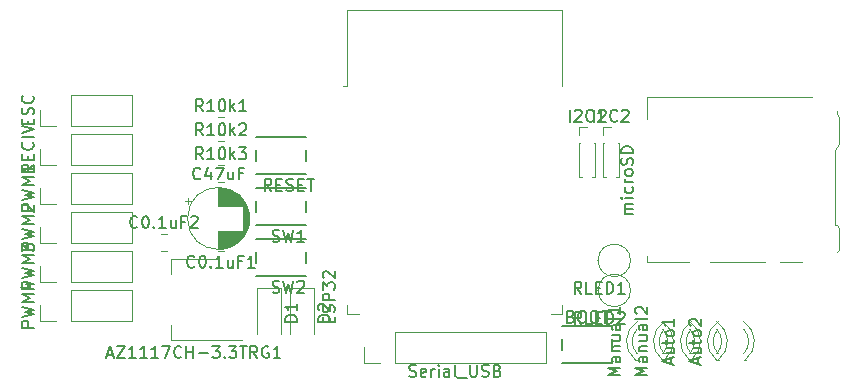
<source format=gbr>
%TF.GenerationSoftware,KiCad,Pcbnew,(6.0.4-0)*%
%TF.CreationDate,2022-09-11T17:37:58+09:00*%
%TF.ProjectId,machinev2,6d616368-696e-4657-9632-2e6b69636164,rev?*%
%TF.SameCoordinates,Original*%
%TF.FileFunction,Legend,Top*%
%TF.FilePolarity,Positive*%
%FSLAX46Y46*%
G04 Gerber Fmt 4.6, Leading zero omitted, Abs format (unit mm)*
G04 Created by KiCad (PCBNEW (6.0.4-0)) date 2022-09-11 17:37:58*
%MOMM*%
%LPD*%
G01*
G04 APERTURE LIST*
%ADD10C,0.150000*%
%ADD11C,0.120000*%
G04 APERTURE END LIST*
D10*
%TO.C,C47uF*%
X115869078Y-90841142D02*
X115821459Y-90888761D01*
X115678602Y-90936380D01*
X115583364Y-90936380D01*
X115440507Y-90888761D01*
X115345268Y-90793523D01*
X115297649Y-90698285D01*
X115250030Y-90507809D01*
X115250030Y-90364952D01*
X115297649Y-90174476D01*
X115345268Y-90079238D01*
X115440507Y-89984000D01*
X115583364Y-89936380D01*
X115678602Y-89936380D01*
X115821459Y-89984000D01*
X115869078Y-90031619D01*
X116726221Y-90269714D02*
X116726221Y-90936380D01*
X116488126Y-89888761D02*
X116250030Y-90603047D01*
X116869078Y-90603047D01*
X117154792Y-89936380D02*
X117821459Y-89936380D01*
X117392888Y-90936380D01*
X118630983Y-90269714D02*
X118630983Y-90936380D01*
X118202411Y-90269714D02*
X118202411Y-90793523D01*
X118250030Y-90888761D01*
X118345268Y-90936380D01*
X118488126Y-90936380D01*
X118583364Y-90888761D01*
X118630983Y-90841142D01*
X119440507Y-90412571D02*
X119107173Y-90412571D01*
X119107173Y-90936380D02*
X119107173Y-89936380D01*
X119583364Y-89936380D01*
%TO.C,RLED2*%
X148111190Y-103152380D02*
X147777857Y-102676190D01*
X147539761Y-103152380D02*
X147539761Y-102152380D01*
X147920714Y-102152380D01*
X148015952Y-102200000D01*
X148063571Y-102247619D01*
X148111190Y-102342857D01*
X148111190Y-102485714D01*
X148063571Y-102580952D01*
X148015952Y-102628571D01*
X147920714Y-102676190D01*
X147539761Y-102676190D01*
X149015952Y-103152380D02*
X148539761Y-103152380D01*
X148539761Y-102152380D01*
X149349285Y-102628571D02*
X149682619Y-102628571D01*
X149825476Y-103152380D02*
X149349285Y-103152380D01*
X149349285Y-102152380D01*
X149825476Y-102152380D01*
X150254047Y-103152380D02*
X150254047Y-102152380D01*
X150492142Y-102152380D01*
X150635000Y-102200000D01*
X150730238Y-102295238D01*
X150777857Y-102390476D01*
X150825476Y-102580952D01*
X150825476Y-102723809D01*
X150777857Y-102914285D01*
X150730238Y-103009523D01*
X150635000Y-103104761D01*
X150492142Y-103152380D01*
X150254047Y-103152380D01*
X151206428Y-102247619D02*
X151254047Y-102200000D01*
X151349285Y-102152380D01*
X151587380Y-102152380D01*
X151682619Y-102200000D01*
X151730238Y-102247619D01*
X151777857Y-102342857D01*
X151777857Y-102438095D01*
X151730238Y-102580952D01*
X151158809Y-103152380D01*
X151777857Y-103152380D01*
%TO.C,RLED1*%
X148111190Y-100612380D02*
X147777857Y-100136190D01*
X147539761Y-100612380D02*
X147539761Y-99612380D01*
X147920714Y-99612380D01*
X148015952Y-99660000D01*
X148063571Y-99707619D01*
X148111190Y-99802857D01*
X148111190Y-99945714D01*
X148063571Y-100040952D01*
X148015952Y-100088571D01*
X147920714Y-100136190D01*
X147539761Y-100136190D01*
X149015952Y-100612380D02*
X148539761Y-100612380D01*
X148539761Y-99612380D01*
X149349285Y-100088571D02*
X149682619Y-100088571D01*
X149825476Y-100612380D02*
X149349285Y-100612380D01*
X149349285Y-99612380D01*
X149825476Y-99612380D01*
X150254047Y-100612380D02*
X150254047Y-99612380D01*
X150492142Y-99612380D01*
X150635000Y-99660000D01*
X150730238Y-99755238D01*
X150777857Y-99850476D01*
X150825476Y-100040952D01*
X150825476Y-100183809D01*
X150777857Y-100374285D01*
X150730238Y-100469523D01*
X150635000Y-100564761D01*
X150492142Y-100612380D01*
X150254047Y-100612380D01*
X151777857Y-100612380D02*
X151206428Y-100612380D01*
X151492142Y-100612380D02*
X151492142Y-99612380D01*
X151396904Y-99755238D01*
X151301666Y-99850476D01*
X151206428Y-99898095D01*
%TO.C,SW2*%
X121983666Y-100480761D02*
X122126523Y-100528380D01*
X122364619Y-100528380D01*
X122459857Y-100480761D01*
X122507476Y-100433142D01*
X122555095Y-100337904D01*
X122555095Y-100242666D01*
X122507476Y-100147428D01*
X122459857Y-100099809D01*
X122364619Y-100052190D01*
X122174142Y-100004571D01*
X122078904Y-99956952D01*
X122031285Y-99909333D01*
X121983666Y-99814095D01*
X121983666Y-99718857D01*
X122031285Y-99623619D01*
X122078904Y-99576000D01*
X122174142Y-99528380D01*
X122412238Y-99528380D01*
X122555095Y-99576000D01*
X122888428Y-99528380D02*
X123126523Y-100528380D01*
X123317000Y-99814095D01*
X123507476Y-100528380D01*
X123745571Y-99528380D01*
X124078904Y-99623619D02*
X124126523Y-99576000D01*
X124221761Y-99528380D01*
X124459857Y-99528380D01*
X124555095Y-99576000D01*
X124602714Y-99623619D01*
X124650333Y-99718857D01*
X124650333Y-99814095D01*
X124602714Y-99956952D01*
X124031285Y-100528380D01*
X124650333Y-100528380D01*
%TO.C,SW1*%
X121983666Y-96162761D02*
X122126523Y-96210380D01*
X122364619Y-96210380D01*
X122459857Y-96162761D01*
X122507476Y-96115142D01*
X122555095Y-96019904D01*
X122555095Y-95924666D01*
X122507476Y-95829428D01*
X122459857Y-95781809D01*
X122364619Y-95734190D01*
X122174142Y-95686571D01*
X122078904Y-95638952D01*
X122031285Y-95591333D01*
X121983666Y-95496095D01*
X121983666Y-95400857D01*
X122031285Y-95305619D01*
X122078904Y-95258000D01*
X122174142Y-95210380D01*
X122412238Y-95210380D01*
X122555095Y-95258000D01*
X122888428Y-95210380D02*
X123126523Y-96210380D01*
X123317000Y-95496095D01*
X123507476Y-96210380D01*
X123745571Y-95210380D01*
X124650333Y-96210380D02*
X124078904Y-96210380D01*
X124364619Y-96210380D02*
X124364619Y-95210380D01*
X124269380Y-95353238D01*
X124174142Y-95448476D01*
X124078904Y-95496095D01*
%TO.C,Serial_USB*%
X133556857Y-107592761D02*
X133699714Y-107640380D01*
X133937809Y-107640380D01*
X134033047Y-107592761D01*
X134080666Y-107545142D01*
X134128285Y-107449904D01*
X134128285Y-107354666D01*
X134080666Y-107259428D01*
X134033047Y-107211809D01*
X133937809Y-107164190D01*
X133747333Y-107116571D01*
X133652095Y-107068952D01*
X133604476Y-107021333D01*
X133556857Y-106926095D01*
X133556857Y-106830857D01*
X133604476Y-106735619D01*
X133652095Y-106688000D01*
X133747333Y-106640380D01*
X133985428Y-106640380D01*
X134128285Y-106688000D01*
X134937809Y-107592761D02*
X134842571Y-107640380D01*
X134652095Y-107640380D01*
X134556857Y-107592761D01*
X134509238Y-107497523D01*
X134509238Y-107116571D01*
X134556857Y-107021333D01*
X134652095Y-106973714D01*
X134842571Y-106973714D01*
X134937809Y-107021333D01*
X134985428Y-107116571D01*
X134985428Y-107211809D01*
X134509238Y-107307047D01*
X135414000Y-107640380D02*
X135414000Y-106973714D01*
X135414000Y-107164190D02*
X135461619Y-107068952D01*
X135509238Y-107021333D01*
X135604476Y-106973714D01*
X135699714Y-106973714D01*
X136033047Y-107640380D02*
X136033047Y-106973714D01*
X136033047Y-106640380D02*
X135985428Y-106688000D01*
X136033047Y-106735619D01*
X136080666Y-106688000D01*
X136033047Y-106640380D01*
X136033047Y-106735619D01*
X136937809Y-107640380D02*
X136937809Y-107116571D01*
X136890190Y-107021333D01*
X136794952Y-106973714D01*
X136604476Y-106973714D01*
X136509238Y-107021333D01*
X136937809Y-107592761D02*
X136842571Y-107640380D01*
X136604476Y-107640380D01*
X136509238Y-107592761D01*
X136461619Y-107497523D01*
X136461619Y-107402285D01*
X136509238Y-107307047D01*
X136604476Y-107259428D01*
X136842571Y-107259428D01*
X136937809Y-107211809D01*
X137556857Y-107640380D02*
X137461619Y-107592761D01*
X137414000Y-107497523D01*
X137414000Y-106640380D01*
X137699714Y-107735619D02*
X138461619Y-107735619D01*
X138699714Y-106640380D02*
X138699714Y-107449904D01*
X138747333Y-107545142D01*
X138794952Y-107592761D01*
X138890190Y-107640380D01*
X139080666Y-107640380D01*
X139175904Y-107592761D01*
X139223523Y-107545142D01*
X139271142Y-107449904D01*
X139271142Y-106640380D01*
X139699714Y-107592761D02*
X139842571Y-107640380D01*
X140080666Y-107640380D01*
X140175904Y-107592761D01*
X140223523Y-107545142D01*
X140271142Y-107449904D01*
X140271142Y-107354666D01*
X140223523Y-107259428D01*
X140175904Y-107211809D01*
X140080666Y-107164190D01*
X139890190Y-107116571D01*
X139794952Y-107068952D01*
X139747333Y-107021333D01*
X139699714Y-106926095D01*
X139699714Y-106830857D01*
X139747333Y-106735619D01*
X139794952Y-106688000D01*
X139890190Y-106640380D01*
X140128285Y-106640380D01*
X140271142Y-106688000D01*
X141033047Y-107116571D02*
X141175904Y-107164190D01*
X141223523Y-107211809D01*
X141271142Y-107307047D01*
X141271142Y-107449904D01*
X141223523Y-107545142D01*
X141175904Y-107592761D01*
X141080666Y-107640380D01*
X140699714Y-107640380D01*
X140699714Y-106640380D01*
X141033047Y-106640380D01*
X141128285Y-106688000D01*
X141175904Y-106735619D01*
X141223523Y-106830857D01*
X141223523Y-106926095D01*
X141175904Y-107021333D01*
X141128285Y-107068952D01*
X141033047Y-107116571D01*
X140699714Y-107116571D01*
%TO.C,RESET*%
X121864619Y-91892380D02*
X121531285Y-91416190D01*
X121293190Y-91892380D02*
X121293190Y-90892380D01*
X121674142Y-90892380D01*
X121769380Y-90940000D01*
X121817000Y-90987619D01*
X121864619Y-91082857D01*
X121864619Y-91225714D01*
X121817000Y-91320952D01*
X121769380Y-91368571D01*
X121674142Y-91416190D01*
X121293190Y-91416190D01*
X122293190Y-91368571D02*
X122626523Y-91368571D01*
X122769380Y-91892380D02*
X122293190Y-91892380D01*
X122293190Y-90892380D01*
X122769380Y-90892380D01*
X123150333Y-91844761D02*
X123293190Y-91892380D01*
X123531285Y-91892380D01*
X123626523Y-91844761D01*
X123674142Y-91797142D01*
X123721761Y-91701904D01*
X123721761Y-91606666D01*
X123674142Y-91511428D01*
X123626523Y-91463809D01*
X123531285Y-91416190D01*
X123340809Y-91368571D01*
X123245571Y-91320952D01*
X123197952Y-91273333D01*
X123150333Y-91178095D01*
X123150333Y-91082857D01*
X123197952Y-90987619D01*
X123245571Y-90940000D01*
X123340809Y-90892380D01*
X123578904Y-90892380D01*
X123721761Y-90940000D01*
X124150333Y-91368571D02*
X124483666Y-91368571D01*
X124626523Y-91892380D02*
X124150333Y-91892380D01*
X124150333Y-90892380D01*
X124626523Y-90892380D01*
X124912238Y-90892380D02*
X125483666Y-90892380D01*
X125197952Y-91892380D02*
X125197952Y-90892380D01*
%TO.C,RECIV*%
X101754380Y-89701523D02*
X101278190Y-90034857D01*
X101754380Y-90272952D02*
X100754380Y-90272952D01*
X100754380Y-89892000D01*
X100802000Y-89796761D01*
X100849619Y-89749142D01*
X100944857Y-89701523D01*
X101087714Y-89701523D01*
X101182952Y-89749142D01*
X101230571Y-89796761D01*
X101278190Y-89892000D01*
X101278190Y-90272952D01*
X101230571Y-89272952D02*
X101230571Y-88939619D01*
X101754380Y-88796761D02*
X101754380Y-89272952D01*
X100754380Y-89272952D01*
X100754380Y-88796761D01*
X101659142Y-87796761D02*
X101706761Y-87844380D01*
X101754380Y-87987238D01*
X101754380Y-88082476D01*
X101706761Y-88225333D01*
X101611523Y-88320571D01*
X101516285Y-88368190D01*
X101325809Y-88415809D01*
X101182952Y-88415809D01*
X100992476Y-88368190D01*
X100897238Y-88320571D01*
X100802000Y-88225333D01*
X100754380Y-88082476D01*
X100754380Y-87987238D01*
X100802000Y-87844380D01*
X100849619Y-87796761D01*
X101754380Y-87368190D02*
X100754380Y-87368190D01*
X100754380Y-87034857D02*
X101754380Y-86701523D01*
X100754380Y-86368190D01*
%TO.C,R10k3*%
X116078190Y-89226380D02*
X115744857Y-88750190D01*
X115506761Y-89226380D02*
X115506761Y-88226380D01*
X115887714Y-88226380D01*
X115982952Y-88274000D01*
X116030571Y-88321619D01*
X116078190Y-88416857D01*
X116078190Y-88559714D01*
X116030571Y-88654952D01*
X115982952Y-88702571D01*
X115887714Y-88750190D01*
X115506761Y-88750190D01*
X117030571Y-89226380D02*
X116459142Y-89226380D01*
X116744857Y-89226380D02*
X116744857Y-88226380D01*
X116649619Y-88369238D01*
X116554380Y-88464476D01*
X116459142Y-88512095D01*
X117649619Y-88226380D02*
X117744857Y-88226380D01*
X117840095Y-88274000D01*
X117887714Y-88321619D01*
X117935333Y-88416857D01*
X117982952Y-88607333D01*
X117982952Y-88845428D01*
X117935333Y-89035904D01*
X117887714Y-89131142D01*
X117840095Y-89178761D01*
X117744857Y-89226380D01*
X117649619Y-89226380D01*
X117554380Y-89178761D01*
X117506761Y-89131142D01*
X117459142Y-89035904D01*
X117411523Y-88845428D01*
X117411523Y-88607333D01*
X117459142Y-88416857D01*
X117506761Y-88321619D01*
X117554380Y-88274000D01*
X117649619Y-88226380D01*
X118411523Y-89226380D02*
X118411523Y-88226380D01*
X118506761Y-88845428D02*
X118792476Y-89226380D01*
X118792476Y-88559714D02*
X118411523Y-88940666D01*
X119125809Y-88226380D02*
X119744857Y-88226380D01*
X119411523Y-88607333D01*
X119554380Y-88607333D01*
X119649619Y-88654952D01*
X119697238Y-88702571D01*
X119744857Y-88797809D01*
X119744857Y-89035904D01*
X119697238Y-89131142D01*
X119649619Y-89178761D01*
X119554380Y-89226380D01*
X119268666Y-89226380D01*
X119173428Y-89178761D01*
X119125809Y-89131142D01*
%TO.C,R10k2*%
X116078190Y-87194380D02*
X115744857Y-86718190D01*
X115506761Y-87194380D02*
X115506761Y-86194380D01*
X115887714Y-86194380D01*
X115982952Y-86242000D01*
X116030571Y-86289619D01*
X116078190Y-86384857D01*
X116078190Y-86527714D01*
X116030571Y-86622952D01*
X115982952Y-86670571D01*
X115887714Y-86718190D01*
X115506761Y-86718190D01*
X117030571Y-87194380D02*
X116459142Y-87194380D01*
X116744857Y-87194380D02*
X116744857Y-86194380D01*
X116649619Y-86337238D01*
X116554380Y-86432476D01*
X116459142Y-86480095D01*
X117649619Y-86194380D02*
X117744857Y-86194380D01*
X117840095Y-86242000D01*
X117887714Y-86289619D01*
X117935333Y-86384857D01*
X117982952Y-86575333D01*
X117982952Y-86813428D01*
X117935333Y-87003904D01*
X117887714Y-87099142D01*
X117840095Y-87146761D01*
X117744857Y-87194380D01*
X117649619Y-87194380D01*
X117554380Y-87146761D01*
X117506761Y-87099142D01*
X117459142Y-87003904D01*
X117411523Y-86813428D01*
X117411523Y-86575333D01*
X117459142Y-86384857D01*
X117506761Y-86289619D01*
X117554380Y-86242000D01*
X117649619Y-86194380D01*
X118411523Y-87194380D02*
X118411523Y-86194380D01*
X118506761Y-86813428D02*
X118792476Y-87194380D01*
X118792476Y-86527714D02*
X118411523Y-86908666D01*
X119173428Y-86289619D02*
X119221047Y-86242000D01*
X119316285Y-86194380D01*
X119554380Y-86194380D01*
X119649619Y-86242000D01*
X119697238Y-86289619D01*
X119744857Y-86384857D01*
X119744857Y-86480095D01*
X119697238Y-86622952D01*
X119125809Y-87194380D01*
X119744857Y-87194380D01*
%TO.C,R10k1*%
X116078190Y-85162380D02*
X115744857Y-84686190D01*
X115506761Y-85162380D02*
X115506761Y-84162380D01*
X115887714Y-84162380D01*
X115982952Y-84210000D01*
X116030571Y-84257619D01*
X116078190Y-84352857D01*
X116078190Y-84495714D01*
X116030571Y-84590952D01*
X115982952Y-84638571D01*
X115887714Y-84686190D01*
X115506761Y-84686190D01*
X117030571Y-85162380D02*
X116459142Y-85162380D01*
X116744857Y-85162380D02*
X116744857Y-84162380D01*
X116649619Y-84305238D01*
X116554380Y-84400476D01*
X116459142Y-84448095D01*
X117649619Y-84162380D02*
X117744857Y-84162380D01*
X117840095Y-84210000D01*
X117887714Y-84257619D01*
X117935333Y-84352857D01*
X117982952Y-84543333D01*
X117982952Y-84781428D01*
X117935333Y-84971904D01*
X117887714Y-85067142D01*
X117840095Y-85114761D01*
X117744857Y-85162380D01*
X117649619Y-85162380D01*
X117554380Y-85114761D01*
X117506761Y-85067142D01*
X117459142Y-84971904D01*
X117411523Y-84781428D01*
X117411523Y-84543333D01*
X117459142Y-84352857D01*
X117506761Y-84257619D01*
X117554380Y-84210000D01*
X117649619Y-84162380D01*
X118411523Y-85162380D02*
X118411523Y-84162380D01*
X118506761Y-84781428D02*
X118792476Y-85162380D01*
X118792476Y-84495714D02*
X118411523Y-84876666D01*
X119744857Y-85162380D02*
X119173428Y-85162380D01*
X119459142Y-85162380D02*
X119459142Y-84162380D01*
X119363904Y-84305238D01*
X119268666Y-84400476D01*
X119173428Y-84448095D01*
%TO.C,PWM4*%
X101754380Y-103480952D02*
X100754380Y-103480952D01*
X100754380Y-103100000D01*
X100802000Y-103004761D01*
X100849619Y-102957142D01*
X100944857Y-102909523D01*
X101087714Y-102909523D01*
X101182952Y-102957142D01*
X101230571Y-103004761D01*
X101278190Y-103100000D01*
X101278190Y-103480952D01*
X100754380Y-102576190D02*
X101754380Y-102338095D01*
X101040095Y-102147619D01*
X101754380Y-101957142D01*
X100754380Y-101719047D01*
X101754380Y-101338095D02*
X100754380Y-101338095D01*
X101468666Y-101004761D01*
X100754380Y-100671428D01*
X101754380Y-100671428D01*
X101087714Y-99766666D02*
X101754380Y-99766666D01*
X100706761Y-100004761D02*
X101421047Y-100242857D01*
X101421047Y-99623809D01*
%TO.C,PWM3*%
X101754380Y-100178952D02*
X100754380Y-100178952D01*
X100754380Y-99798000D01*
X100802000Y-99702761D01*
X100849619Y-99655142D01*
X100944857Y-99607523D01*
X101087714Y-99607523D01*
X101182952Y-99655142D01*
X101230571Y-99702761D01*
X101278190Y-99798000D01*
X101278190Y-100178952D01*
X100754380Y-99274190D02*
X101754380Y-99036095D01*
X101040095Y-98845619D01*
X101754380Y-98655142D01*
X100754380Y-98417047D01*
X101754380Y-98036095D02*
X100754380Y-98036095D01*
X101468666Y-97702761D01*
X100754380Y-97369428D01*
X101754380Y-97369428D01*
X100754380Y-96988476D02*
X100754380Y-96369428D01*
X101135333Y-96702761D01*
X101135333Y-96559904D01*
X101182952Y-96464666D01*
X101230571Y-96417047D01*
X101325809Y-96369428D01*
X101563904Y-96369428D01*
X101659142Y-96417047D01*
X101706761Y-96464666D01*
X101754380Y-96559904D01*
X101754380Y-96845619D01*
X101706761Y-96940857D01*
X101659142Y-96988476D01*
%TO.C,PWM2*%
X101754380Y-96876952D02*
X100754380Y-96876952D01*
X100754380Y-96496000D01*
X100802000Y-96400761D01*
X100849619Y-96353142D01*
X100944857Y-96305523D01*
X101087714Y-96305523D01*
X101182952Y-96353142D01*
X101230571Y-96400761D01*
X101278190Y-96496000D01*
X101278190Y-96876952D01*
X100754380Y-95972190D02*
X101754380Y-95734095D01*
X101040095Y-95543619D01*
X101754380Y-95353142D01*
X100754380Y-95115047D01*
X101754380Y-94734095D02*
X100754380Y-94734095D01*
X101468666Y-94400761D01*
X100754380Y-94067428D01*
X101754380Y-94067428D01*
X100849619Y-93638857D02*
X100802000Y-93591238D01*
X100754380Y-93496000D01*
X100754380Y-93257904D01*
X100802000Y-93162666D01*
X100849619Y-93115047D01*
X100944857Y-93067428D01*
X101040095Y-93067428D01*
X101182952Y-93115047D01*
X101754380Y-93686476D01*
X101754380Y-93067428D01*
%TO.C,PWM1*%
X101754380Y-93574952D02*
X100754380Y-93574952D01*
X100754380Y-93194000D01*
X100802000Y-93098761D01*
X100849619Y-93051142D01*
X100944857Y-93003523D01*
X101087714Y-93003523D01*
X101182952Y-93051142D01*
X101230571Y-93098761D01*
X101278190Y-93194000D01*
X101278190Y-93574952D01*
X100754380Y-92670190D02*
X101754380Y-92432095D01*
X101040095Y-92241619D01*
X101754380Y-92051142D01*
X100754380Y-91813047D01*
X101754380Y-91432095D02*
X100754380Y-91432095D01*
X101468666Y-91098761D01*
X100754380Y-90765428D01*
X101754380Y-90765428D01*
X101754380Y-89765428D02*
X101754380Y-90336857D01*
X101754380Y-90051142D02*
X100754380Y-90051142D01*
X100897238Y-90146380D01*
X100992476Y-90241619D01*
X101040095Y-90336857D01*
%TO.C,microSD*%
X152471380Y-93840333D02*
X151804714Y-93840333D01*
X151899952Y-93840333D02*
X151852333Y-93792714D01*
X151804714Y-93697476D01*
X151804714Y-93554619D01*
X151852333Y-93459380D01*
X151947571Y-93411761D01*
X152471380Y-93411761D01*
X151947571Y-93411761D02*
X151852333Y-93364142D01*
X151804714Y-93268904D01*
X151804714Y-93126047D01*
X151852333Y-93030809D01*
X151947571Y-92983190D01*
X152471380Y-92983190D01*
X152471380Y-92507000D02*
X151804714Y-92507000D01*
X151471380Y-92507000D02*
X151519000Y-92554619D01*
X151566619Y-92507000D01*
X151519000Y-92459380D01*
X151471380Y-92507000D01*
X151566619Y-92507000D01*
X152423761Y-91602238D02*
X152471380Y-91697476D01*
X152471380Y-91887952D01*
X152423761Y-91983190D01*
X152376142Y-92030809D01*
X152280904Y-92078428D01*
X151995190Y-92078428D01*
X151899952Y-92030809D01*
X151852333Y-91983190D01*
X151804714Y-91887952D01*
X151804714Y-91697476D01*
X151852333Y-91602238D01*
X152471380Y-91173666D02*
X151804714Y-91173666D01*
X151995190Y-91173666D02*
X151899952Y-91126047D01*
X151852333Y-91078428D01*
X151804714Y-90983190D01*
X151804714Y-90887952D01*
X152471380Y-90411761D02*
X152423761Y-90507000D01*
X152376142Y-90554619D01*
X152280904Y-90602238D01*
X151995190Y-90602238D01*
X151899952Y-90554619D01*
X151852333Y-90507000D01*
X151804714Y-90411761D01*
X151804714Y-90268904D01*
X151852333Y-90173666D01*
X151899952Y-90126047D01*
X151995190Y-90078428D01*
X152280904Y-90078428D01*
X152376142Y-90126047D01*
X152423761Y-90173666D01*
X152471380Y-90268904D01*
X152471380Y-90411761D01*
X152423761Y-89697476D02*
X152471380Y-89554619D01*
X152471380Y-89316523D01*
X152423761Y-89221285D01*
X152376142Y-89173666D01*
X152280904Y-89126047D01*
X152185666Y-89126047D01*
X152090428Y-89173666D01*
X152042809Y-89221285D01*
X151995190Y-89316523D01*
X151947571Y-89507000D01*
X151899952Y-89602238D01*
X151852333Y-89649857D01*
X151757095Y-89697476D01*
X151661857Y-89697476D01*
X151566619Y-89649857D01*
X151519000Y-89602238D01*
X151471380Y-89507000D01*
X151471380Y-89268904D01*
X151519000Y-89126047D01*
X152471380Y-88697476D02*
X151471380Y-88697476D01*
X151471380Y-88459380D01*
X151519000Y-88316523D01*
X151614238Y-88221285D01*
X151709476Y-88173666D01*
X151899952Y-88126047D01*
X152042809Y-88126047D01*
X152233285Y-88173666D01*
X152328523Y-88221285D01*
X152423761Y-88316523D01*
X152471380Y-88459380D01*
X152471380Y-88697476D01*
%TO.C,Manual2*%
X153702380Y-107528952D02*
X152702380Y-107528952D01*
X153416666Y-107195619D01*
X152702380Y-106862285D01*
X153702380Y-106862285D01*
X153702380Y-105957523D02*
X153178571Y-105957523D01*
X153083333Y-106005142D01*
X153035714Y-106100380D01*
X153035714Y-106290857D01*
X153083333Y-106386095D01*
X153654761Y-105957523D02*
X153702380Y-106052761D01*
X153702380Y-106290857D01*
X153654761Y-106386095D01*
X153559523Y-106433714D01*
X153464285Y-106433714D01*
X153369047Y-106386095D01*
X153321428Y-106290857D01*
X153321428Y-106052761D01*
X153273809Y-105957523D01*
X153035714Y-105481333D02*
X153702380Y-105481333D01*
X153130952Y-105481333D02*
X153083333Y-105433714D01*
X153035714Y-105338476D01*
X153035714Y-105195619D01*
X153083333Y-105100380D01*
X153178571Y-105052761D01*
X153702380Y-105052761D01*
X153035714Y-104148000D02*
X153702380Y-104148000D01*
X153035714Y-104576571D02*
X153559523Y-104576571D01*
X153654761Y-104528952D01*
X153702380Y-104433714D01*
X153702380Y-104290857D01*
X153654761Y-104195619D01*
X153607142Y-104148000D01*
X153702380Y-103243238D02*
X153178571Y-103243238D01*
X153083333Y-103290857D01*
X153035714Y-103386095D01*
X153035714Y-103576571D01*
X153083333Y-103671809D01*
X153654761Y-103243238D02*
X153702380Y-103338476D01*
X153702380Y-103576571D01*
X153654761Y-103671809D01*
X153559523Y-103719428D01*
X153464285Y-103719428D01*
X153369047Y-103671809D01*
X153321428Y-103576571D01*
X153321428Y-103338476D01*
X153273809Y-103243238D01*
X153702380Y-102624190D02*
X153654761Y-102719428D01*
X153559523Y-102767047D01*
X152702380Y-102767047D01*
X152797619Y-102290857D02*
X152750000Y-102243238D01*
X152702380Y-102148000D01*
X152702380Y-101909904D01*
X152750000Y-101814666D01*
X152797619Y-101767047D01*
X152892857Y-101719428D01*
X152988095Y-101719428D01*
X153130952Y-101767047D01*
X153702380Y-102338476D01*
X153702380Y-101719428D01*
%TO.C,Manual1*%
X151416380Y-107528952D02*
X150416380Y-107528952D01*
X151130666Y-107195619D01*
X150416380Y-106862285D01*
X151416380Y-106862285D01*
X151416380Y-105957523D02*
X150892571Y-105957523D01*
X150797333Y-106005142D01*
X150749714Y-106100380D01*
X150749714Y-106290857D01*
X150797333Y-106386095D01*
X151368761Y-105957523D02*
X151416380Y-106052761D01*
X151416380Y-106290857D01*
X151368761Y-106386095D01*
X151273523Y-106433714D01*
X151178285Y-106433714D01*
X151083047Y-106386095D01*
X151035428Y-106290857D01*
X151035428Y-106052761D01*
X150987809Y-105957523D01*
X150749714Y-105481333D02*
X151416380Y-105481333D01*
X150844952Y-105481333D02*
X150797333Y-105433714D01*
X150749714Y-105338476D01*
X150749714Y-105195619D01*
X150797333Y-105100380D01*
X150892571Y-105052761D01*
X151416380Y-105052761D01*
X150749714Y-104148000D02*
X151416380Y-104148000D01*
X150749714Y-104576571D02*
X151273523Y-104576571D01*
X151368761Y-104528952D01*
X151416380Y-104433714D01*
X151416380Y-104290857D01*
X151368761Y-104195619D01*
X151321142Y-104148000D01*
X151416380Y-103243238D02*
X150892571Y-103243238D01*
X150797333Y-103290857D01*
X150749714Y-103386095D01*
X150749714Y-103576571D01*
X150797333Y-103671809D01*
X151368761Y-103243238D02*
X151416380Y-103338476D01*
X151416380Y-103576571D01*
X151368761Y-103671809D01*
X151273523Y-103719428D01*
X151178285Y-103719428D01*
X151083047Y-103671809D01*
X151035428Y-103576571D01*
X151035428Y-103338476D01*
X150987809Y-103243238D01*
X151416380Y-102624190D02*
X151368761Y-102719428D01*
X151273523Y-102767047D01*
X150416380Y-102767047D01*
X151416380Y-101719428D02*
X151416380Y-102290857D01*
X151416380Y-102005142D02*
X150416380Y-102005142D01*
X150559238Y-102100380D01*
X150654476Y-102195619D01*
X150702095Y-102290857D01*
%TO.C,I2C2*%
X149169619Y-86038380D02*
X149169619Y-85038380D01*
X149598190Y-85133619D02*
X149645809Y-85086000D01*
X149741047Y-85038380D01*
X149979142Y-85038380D01*
X150074380Y-85086000D01*
X150122000Y-85133619D01*
X150169619Y-85228857D01*
X150169619Y-85324095D01*
X150122000Y-85466952D01*
X149550571Y-86038380D01*
X150169619Y-86038380D01*
X151169619Y-85943142D02*
X151122000Y-85990761D01*
X150979142Y-86038380D01*
X150883904Y-86038380D01*
X150741047Y-85990761D01*
X150645809Y-85895523D01*
X150598190Y-85800285D01*
X150550571Y-85609809D01*
X150550571Y-85466952D01*
X150598190Y-85276476D01*
X150645809Y-85181238D01*
X150741047Y-85086000D01*
X150883904Y-85038380D01*
X150979142Y-85038380D01*
X151122000Y-85086000D01*
X151169619Y-85133619D01*
X151550571Y-85133619D02*
X151598190Y-85086000D01*
X151693428Y-85038380D01*
X151931523Y-85038380D01*
X152026761Y-85086000D01*
X152074380Y-85133619D01*
X152122000Y-85228857D01*
X152122000Y-85324095D01*
X152074380Y-85466952D01*
X151502952Y-86038380D01*
X152122000Y-86038380D01*
%TO.C,I2C1*%
X147137619Y-86038380D02*
X147137619Y-85038380D01*
X147566190Y-85133619D02*
X147613809Y-85086000D01*
X147709047Y-85038380D01*
X147947142Y-85038380D01*
X148042380Y-85086000D01*
X148090000Y-85133619D01*
X148137619Y-85228857D01*
X148137619Y-85324095D01*
X148090000Y-85466952D01*
X147518571Y-86038380D01*
X148137619Y-86038380D01*
X149137619Y-85943142D02*
X149090000Y-85990761D01*
X148947142Y-86038380D01*
X148851904Y-86038380D01*
X148709047Y-85990761D01*
X148613809Y-85895523D01*
X148566190Y-85800285D01*
X148518571Y-85609809D01*
X148518571Y-85466952D01*
X148566190Y-85276476D01*
X148613809Y-85181238D01*
X148709047Y-85086000D01*
X148851904Y-85038380D01*
X148947142Y-85038380D01*
X149090000Y-85086000D01*
X149137619Y-85133619D01*
X150090000Y-86038380D02*
X149518571Y-86038380D01*
X149804285Y-86038380D02*
X149804285Y-85038380D01*
X149709047Y-85181238D01*
X149613809Y-85276476D01*
X149518571Y-85324095D01*
%TO.C,ESP32*%
X126714571Y-103030857D02*
X126714571Y-102697523D01*
X127238380Y-102554666D02*
X127238380Y-103030857D01*
X126238380Y-103030857D01*
X126238380Y-102554666D01*
X127190761Y-102173714D02*
X127238380Y-102030857D01*
X127238380Y-101792761D01*
X127190761Y-101697523D01*
X127143142Y-101649904D01*
X127047904Y-101602285D01*
X126952666Y-101602285D01*
X126857428Y-101649904D01*
X126809809Y-101697523D01*
X126762190Y-101792761D01*
X126714571Y-101983238D01*
X126666952Y-102078476D01*
X126619333Y-102126095D01*
X126524095Y-102173714D01*
X126428857Y-102173714D01*
X126333619Y-102126095D01*
X126286000Y-102078476D01*
X126238380Y-101983238D01*
X126238380Y-101745142D01*
X126286000Y-101602285D01*
X127238380Y-101173714D02*
X126238380Y-101173714D01*
X126238380Y-100792761D01*
X126286000Y-100697523D01*
X126333619Y-100649904D01*
X126428857Y-100602285D01*
X126571714Y-100602285D01*
X126666952Y-100649904D01*
X126714571Y-100697523D01*
X126762190Y-100792761D01*
X126762190Y-101173714D01*
X126238380Y-100268952D02*
X126238380Y-99649904D01*
X126619333Y-99983238D01*
X126619333Y-99840380D01*
X126666952Y-99745142D01*
X126714571Y-99697523D01*
X126809809Y-99649904D01*
X127047904Y-99649904D01*
X127143142Y-99697523D01*
X127190761Y-99745142D01*
X127238380Y-99840380D01*
X127238380Y-100126095D01*
X127190761Y-100221333D01*
X127143142Y-100268952D01*
X126333619Y-99268952D02*
X126286000Y-99221333D01*
X126238380Y-99126095D01*
X126238380Y-98888000D01*
X126286000Y-98792761D01*
X126333619Y-98745142D01*
X126428857Y-98697523D01*
X126524095Y-98697523D01*
X126666952Y-98745142D01*
X127238380Y-99316571D01*
X127238380Y-98697523D01*
%TO.C,ESC*%
X101230571Y-86280476D02*
X101230571Y-85947142D01*
X101754380Y-85804285D02*
X101754380Y-86280476D01*
X100754380Y-86280476D01*
X100754380Y-85804285D01*
X101706761Y-85423333D02*
X101754380Y-85280476D01*
X101754380Y-85042380D01*
X101706761Y-84947142D01*
X101659142Y-84899523D01*
X101563904Y-84851904D01*
X101468666Y-84851904D01*
X101373428Y-84899523D01*
X101325809Y-84947142D01*
X101278190Y-85042380D01*
X101230571Y-85232857D01*
X101182952Y-85328095D01*
X101135333Y-85375714D01*
X101040095Y-85423333D01*
X100944857Y-85423333D01*
X100849619Y-85375714D01*
X100802000Y-85328095D01*
X100754380Y-85232857D01*
X100754380Y-84994761D01*
X100802000Y-84851904D01*
X101659142Y-83851904D02*
X101706761Y-83899523D01*
X101754380Y-84042380D01*
X101754380Y-84137619D01*
X101706761Y-84280476D01*
X101611523Y-84375714D01*
X101516285Y-84423333D01*
X101325809Y-84470952D01*
X101182952Y-84470952D01*
X100992476Y-84423333D01*
X100897238Y-84375714D01*
X100802000Y-84280476D01*
X100754380Y-84137619D01*
X100754380Y-84042380D01*
X100802000Y-83899523D01*
X100849619Y-83851904D01*
%TO.C,D2*%
X126817380Y-102973095D02*
X125817380Y-102973095D01*
X125817380Y-102735000D01*
X125865000Y-102592142D01*
X125960238Y-102496904D01*
X126055476Y-102449285D01*
X126245952Y-102401666D01*
X126388809Y-102401666D01*
X126579285Y-102449285D01*
X126674523Y-102496904D01*
X126769761Y-102592142D01*
X126817380Y-102735000D01*
X126817380Y-102973095D01*
X125912619Y-102020714D02*
X125865000Y-101973095D01*
X125817380Y-101877857D01*
X125817380Y-101639761D01*
X125865000Y-101544523D01*
X125912619Y-101496904D01*
X126007857Y-101449285D01*
X126103095Y-101449285D01*
X126245952Y-101496904D01*
X126817380Y-102068333D01*
X126817380Y-101449285D01*
%TO.C,D1*%
X124023380Y-102973095D02*
X123023380Y-102973095D01*
X123023380Y-102735000D01*
X123071000Y-102592142D01*
X123166238Y-102496904D01*
X123261476Y-102449285D01*
X123451952Y-102401666D01*
X123594809Y-102401666D01*
X123785285Y-102449285D01*
X123880523Y-102496904D01*
X123975761Y-102592142D01*
X124023380Y-102735000D01*
X124023380Y-102973095D01*
X124023380Y-101449285D02*
X124023380Y-102020714D01*
X124023380Y-101735000D02*
X123023380Y-101735000D01*
X123166238Y-101830238D01*
X123261476Y-101925476D01*
X123309095Y-102020714D01*
%TO.C,C0.1uF2*%
X110537904Y-94943142D02*
X110490285Y-94990761D01*
X110347428Y-95038380D01*
X110252190Y-95038380D01*
X110109333Y-94990761D01*
X110014095Y-94895523D01*
X109966476Y-94800285D01*
X109918857Y-94609809D01*
X109918857Y-94466952D01*
X109966476Y-94276476D01*
X110014095Y-94181238D01*
X110109333Y-94086000D01*
X110252190Y-94038380D01*
X110347428Y-94038380D01*
X110490285Y-94086000D01*
X110537904Y-94133619D01*
X111156952Y-94038380D02*
X111252190Y-94038380D01*
X111347428Y-94086000D01*
X111395047Y-94133619D01*
X111442666Y-94228857D01*
X111490285Y-94419333D01*
X111490285Y-94657428D01*
X111442666Y-94847904D01*
X111395047Y-94943142D01*
X111347428Y-94990761D01*
X111252190Y-95038380D01*
X111156952Y-95038380D01*
X111061714Y-94990761D01*
X111014095Y-94943142D01*
X110966476Y-94847904D01*
X110918857Y-94657428D01*
X110918857Y-94419333D01*
X110966476Y-94228857D01*
X111014095Y-94133619D01*
X111061714Y-94086000D01*
X111156952Y-94038380D01*
X111918857Y-94943142D02*
X111966476Y-94990761D01*
X111918857Y-95038380D01*
X111871238Y-94990761D01*
X111918857Y-94943142D01*
X111918857Y-95038380D01*
X112918857Y-95038380D02*
X112347428Y-95038380D01*
X112633142Y-95038380D02*
X112633142Y-94038380D01*
X112537904Y-94181238D01*
X112442666Y-94276476D01*
X112347428Y-94324095D01*
X113776000Y-94371714D02*
X113776000Y-95038380D01*
X113347428Y-94371714D02*
X113347428Y-94895523D01*
X113395047Y-94990761D01*
X113490285Y-95038380D01*
X113633142Y-95038380D01*
X113728380Y-94990761D01*
X113776000Y-94943142D01*
X114585523Y-94514571D02*
X114252190Y-94514571D01*
X114252190Y-95038380D02*
X114252190Y-94038380D01*
X114728380Y-94038380D01*
X115061714Y-94133619D02*
X115109333Y-94086000D01*
X115204571Y-94038380D01*
X115442666Y-94038380D01*
X115537904Y-94086000D01*
X115585523Y-94133619D01*
X115633142Y-94228857D01*
X115633142Y-94324095D01*
X115585523Y-94466952D01*
X115014095Y-95038380D01*
X115633142Y-95038380D01*
%TO.C,C0.1uF1*%
X115363904Y-98303142D02*
X115316285Y-98350761D01*
X115173428Y-98398380D01*
X115078190Y-98398380D01*
X114935333Y-98350761D01*
X114840095Y-98255523D01*
X114792476Y-98160285D01*
X114744857Y-97969809D01*
X114744857Y-97826952D01*
X114792476Y-97636476D01*
X114840095Y-97541238D01*
X114935333Y-97446000D01*
X115078190Y-97398380D01*
X115173428Y-97398380D01*
X115316285Y-97446000D01*
X115363904Y-97493619D01*
X115982952Y-97398380D02*
X116078190Y-97398380D01*
X116173428Y-97446000D01*
X116221047Y-97493619D01*
X116268666Y-97588857D01*
X116316285Y-97779333D01*
X116316285Y-98017428D01*
X116268666Y-98207904D01*
X116221047Y-98303142D01*
X116173428Y-98350761D01*
X116078190Y-98398380D01*
X115982952Y-98398380D01*
X115887714Y-98350761D01*
X115840095Y-98303142D01*
X115792476Y-98207904D01*
X115744857Y-98017428D01*
X115744857Y-97779333D01*
X115792476Y-97588857D01*
X115840095Y-97493619D01*
X115887714Y-97446000D01*
X115982952Y-97398380D01*
X116744857Y-98303142D02*
X116792476Y-98350761D01*
X116744857Y-98398380D01*
X116697238Y-98350761D01*
X116744857Y-98303142D01*
X116744857Y-98398380D01*
X117744857Y-98398380D02*
X117173428Y-98398380D01*
X117459142Y-98398380D02*
X117459142Y-97398380D01*
X117363904Y-97541238D01*
X117268666Y-97636476D01*
X117173428Y-97684095D01*
X118602000Y-97731714D02*
X118602000Y-98398380D01*
X118173428Y-97731714D02*
X118173428Y-98255523D01*
X118221047Y-98350761D01*
X118316285Y-98398380D01*
X118459142Y-98398380D01*
X118554380Y-98350761D01*
X118602000Y-98303142D01*
X119411523Y-97874571D02*
X119078190Y-97874571D01*
X119078190Y-98398380D02*
X119078190Y-97398380D01*
X119554380Y-97398380D01*
X120459142Y-98398380D02*
X119887714Y-98398380D01*
X120173428Y-98398380D02*
X120173428Y-97398380D01*
X120078190Y-97541238D01*
X119982952Y-97636476D01*
X119887714Y-97684095D01*
%TO.C,BOOT*%
X147232857Y-102544571D02*
X147375714Y-102592190D01*
X147423333Y-102639809D01*
X147470952Y-102735047D01*
X147470952Y-102877904D01*
X147423333Y-102973142D01*
X147375714Y-103020761D01*
X147280476Y-103068380D01*
X146899523Y-103068380D01*
X146899523Y-102068380D01*
X147232857Y-102068380D01*
X147328095Y-102116000D01*
X147375714Y-102163619D01*
X147423333Y-102258857D01*
X147423333Y-102354095D01*
X147375714Y-102449333D01*
X147328095Y-102496952D01*
X147232857Y-102544571D01*
X146899523Y-102544571D01*
X148090000Y-102068380D02*
X148280476Y-102068380D01*
X148375714Y-102116000D01*
X148470952Y-102211238D01*
X148518571Y-102401714D01*
X148518571Y-102735047D01*
X148470952Y-102925523D01*
X148375714Y-103020761D01*
X148280476Y-103068380D01*
X148090000Y-103068380D01*
X147994761Y-103020761D01*
X147899523Y-102925523D01*
X147851904Y-102735047D01*
X147851904Y-102401714D01*
X147899523Y-102211238D01*
X147994761Y-102116000D01*
X148090000Y-102068380D01*
X149137619Y-102068380D02*
X149328095Y-102068380D01*
X149423333Y-102116000D01*
X149518571Y-102211238D01*
X149566190Y-102401714D01*
X149566190Y-102735047D01*
X149518571Y-102925523D01*
X149423333Y-103020761D01*
X149328095Y-103068380D01*
X149137619Y-103068380D01*
X149042380Y-103020761D01*
X148947142Y-102925523D01*
X148899523Y-102735047D01*
X148899523Y-102401714D01*
X148947142Y-102211238D01*
X149042380Y-102116000D01*
X149137619Y-102068380D01*
X149851904Y-102068380D02*
X150423333Y-102068380D01*
X150137619Y-103068380D02*
X150137619Y-102068380D01*
%TO.C,AZ1117CH-3.3TRG1*%
X108006476Y-105758666D02*
X108482666Y-105758666D01*
X107911238Y-106044380D02*
X108244571Y-105044380D01*
X108577904Y-106044380D01*
X108816000Y-105044380D02*
X109482666Y-105044380D01*
X108816000Y-106044380D01*
X109482666Y-106044380D01*
X110387428Y-106044380D02*
X109816000Y-106044380D01*
X110101714Y-106044380D02*
X110101714Y-105044380D01*
X110006476Y-105187238D01*
X109911238Y-105282476D01*
X109816000Y-105330095D01*
X111339809Y-106044380D02*
X110768380Y-106044380D01*
X111054095Y-106044380D02*
X111054095Y-105044380D01*
X110958857Y-105187238D01*
X110863619Y-105282476D01*
X110768380Y-105330095D01*
X112292190Y-106044380D02*
X111720761Y-106044380D01*
X112006476Y-106044380D02*
X112006476Y-105044380D01*
X111911238Y-105187238D01*
X111816000Y-105282476D01*
X111720761Y-105330095D01*
X112625523Y-105044380D02*
X113292190Y-105044380D01*
X112863619Y-106044380D01*
X114244571Y-105949142D02*
X114196952Y-105996761D01*
X114054095Y-106044380D01*
X113958857Y-106044380D01*
X113816000Y-105996761D01*
X113720761Y-105901523D01*
X113673142Y-105806285D01*
X113625523Y-105615809D01*
X113625523Y-105472952D01*
X113673142Y-105282476D01*
X113720761Y-105187238D01*
X113816000Y-105092000D01*
X113958857Y-105044380D01*
X114054095Y-105044380D01*
X114196952Y-105092000D01*
X114244571Y-105139619D01*
X114673142Y-106044380D02*
X114673142Y-105044380D01*
X114673142Y-105520571D02*
X115244571Y-105520571D01*
X115244571Y-106044380D02*
X115244571Y-105044380D01*
X115720761Y-105663428D02*
X116482666Y-105663428D01*
X116863619Y-105044380D02*
X117482666Y-105044380D01*
X117149333Y-105425333D01*
X117292190Y-105425333D01*
X117387428Y-105472952D01*
X117435047Y-105520571D01*
X117482666Y-105615809D01*
X117482666Y-105853904D01*
X117435047Y-105949142D01*
X117387428Y-105996761D01*
X117292190Y-106044380D01*
X117006476Y-106044380D01*
X116911238Y-105996761D01*
X116863619Y-105949142D01*
X117911238Y-105949142D02*
X117958857Y-105996761D01*
X117911238Y-106044380D01*
X117863619Y-105996761D01*
X117911238Y-105949142D01*
X117911238Y-106044380D01*
X118292190Y-105044380D02*
X118911238Y-105044380D01*
X118577904Y-105425333D01*
X118720761Y-105425333D01*
X118816000Y-105472952D01*
X118863619Y-105520571D01*
X118911238Y-105615809D01*
X118911238Y-105853904D01*
X118863619Y-105949142D01*
X118816000Y-105996761D01*
X118720761Y-106044380D01*
X118435047Y-106044380D01*
X118339809Y-105996761D01*
X118292190Y-105949142D01*
X119196952Y-105044380D02*
X119768380Y-105044380D01*
X119482666Y-106044380D02*
X119482666Y-105044380D01*
X120673142Y-106044380D02*
X120339809Y-105568190D01*
X120101714Y-106044380D02*
X120101714Y-105044380D01*
X120482666Y-105044380D01*
X120577904Y-105092000D01*
X120625523Y-105139619D01*
X120673142Y-105234857D01*
X120673142Y-105377714D01*
X120625523Y-105472952D01*
X120577904Y-105520571D01*
X120482666Y-105568190D01*
X120101714Y-105568190D01*
X121625523Y-105092000D02*
X121530285Y-105044380D01*
X121387428Y-105044380D01*
X121244571Y-105092000D01*
X121149333Y-105187238D01*
X121101714Y-105282476D01*
X121054095Y-105472952D01*
X121054095Y-105615809D01*
X121101714Y-105806285D01*
X121149333Y-105901523D01*
X121244571Y-105996761D01*
X121387428Y-106044380D01*
X121482666Y-106044380D01*
X121625523Y-105996761D01*
X121673142Y-105949142D01*
X121673142Y-105615809D01*
X121482666Y-105615809D01*
X122625523Y-106044380D02*
X122054095Y-106044380D01*
X122339809Y-106044380D02*
X122339809Y-105044380D01*
X122244571Y-105187238D01*
X122149333Y-105282476D01*
X122054095Y-105330095D01*
%TO.C,Auto2*%
X157988666Y-106552761D02*
X157988666Y-106076571D01*
X158274380Y-106648000D02*
X157274380Y-106314666D01*
X158274380Y-105981333D01*
X157607714Y-105219428D02*
X158274380Y-105219428D01*
X157607714Y-105648000D02*
X158131523Y-105648000D01*
X158226761Y-105600380D01*
X158274380Y-105505142D01*
X158274380Y-105362285D01*
X158226761Y-105267047D01*
X158179142Y-105219428D01*
X157607714Y-104886095D02*
X157607714Y-104505142D01*
X157274380Y-104743238D02*
X158131523Y-104743238D01*
X158226761Y-104695619D01*
X158274380Y-104600380D01*
X158274380Y-104505142D01*
X158274380Y-104028952D02*
X158226761Y-104124190D01*
X158179142Y-104171809D01*
X158083904Y-104219428D01*
X157798190Y-104219428D01*
X157702952Y-104171809D01*
X157655333Y-104124190D01*
X157607714Y-104028952D01*
X157607714Y-103886095D01*
X157655333Y-103790857D01*
X157702952Y-103743238D01*
X157798190Y-103695619D01*
X158083904Y-103695619D01*
X158179142Y-103743238D01*
X158226761Y-103790857D01*
X158274380Y-103886095D01*
X158274380Y-104028952D01*
X157369619Y-103314666D02*
X157322000Y-103267047D01*
X157274380Y-103171809D01*
X157274380Y-102933714D01*
X157322000Y-102838476D01*
X157369619Y-102790857D01*
X157464857Y-102743238D01*
X157560095Y-102743238D01*
X157702952Y-102790857D01*
X158274380Y-103362285D01*
X158274380Y-102743238D01*
%TO.C,Auto1*%
X155702666Y-106552761D02*
X155702666Y-106076571D01*
X155988380Y-106648000D02*
X154988380Y-106314666D01*
X155988380Y-105981333D01*
X155321714Y-105219428D02*
X155988380Y-105219428D01*
X155321714Y-105648000D02*
X155845523Y-105648000D01*
X155940761Y-105600380D01*
X155988380Y-105505142D01*
X155988380Y-105362285D01*
X155940761Y-105267047D01*
X155893142Y-105219428D01*
X155321714Y-104886095D02*
X155321714Y-104505142D01*
X154988380Y-104743238D02*
X155845523Y-104743238D01*
X155940761Y-104695619D01*
X155988380Y-104600380D01*
X155988380Y-104505142D01*
X155988380Y-104028952D02*
X155940761Y-104124190D01*
X155893142Y-104171809D01*
X155797904Y-104219428D01*
X155512190Y-104219428D01*
X155416952Y-104171809D01*
X155369333Y-104124190D01*
X155321714Y-104028952D01*
X155321714Y-103886095D01*
X155369333Y-103790857D01*
X155416952Y-103743238D01*
X155512190Y-103695619D01*
X155797904Y-103695619D01*
X155893142Y-103743238D01*
X155940761Y-103790857D01*
X155988380Y-103886095D01*
X155988380Y-104028952D01*
X155988380Y-102743238D02*
X155988380Y-103314666D01*
X155988380Y-103028952D02*
X154988380Y-103028952D01*
X155131238Y-103124190D01*
X155226476Y-103219428D01*
X155274095Y-103314666D01*
D11*
%TO.C,C47uF*%
X119393888Y-95274000D02*
X119393888Y-95887000D01*
X118713888Y-95274000D02*
X118713888Y-96458000D01*
X117592888Y-95274000D02*
X117592888Y-96807000D01*
X118633888Y-91966000D02*
X118633888Y-93194000D01*
X118513888Y-91905000D02*
X118513888Y-93194000D01*
X118553888Y-91924000D02*
X118553888Y-93194000D01*
X119073888Y-92263000D02*
X119073888Y-93194000D01*
X119353888Y-95274000D02*
X119353888Y-95933000D01*
X119033888Y-95274000D02*
X119033888Y-96238000D01*
X117552888Y-91658000D02*
X117552888Y-93194000D01*
X118953888Y-92169000D02*
X118953888Y-93194000D01*
X117432888Y-95274000D02*
X117432888Y-96814000D01*
X118113888Y-95274000D02*
X118113888Y-96714000D01*
X118273888Y-91806000D02*
X118273888Y-93194000D01*
X118313888Y-91820000D02*
X118313888Y-93194000D01*
X119153888Y-92333000D02*
X119153888Y-93194000D01*
X117992888Y-91723000D02*
X117992888Y-93194000D01*
X117632888Y-95274000D02*
X117632888Y-96803000D01*
X118233888Y-95274000D02*
X118233888Y-96676000D01*
X117952888Y-95274000D02*
X117952888Y-96754000D01*
X118673888Y-95274000D02*
X118673888Y-96481000D01*
X118793888Y-95274000D02*
X118793888Y-96409000D01*
X117512888Y-95274000D02*
X117512888Y-96812000D01*
X117912888Y-91706000D02*
X117912888Y-93194000D01*
X118833888Y-92085000D02*
X118833888Y-93194000D01*
X119233888Y-92408000D02*
X119233888Y-93194000D01*
X119393888Y-92581000D02*
X119393888Y-93194000D01*
X118433888Y-95274000D02*
X118433888Y-96599000D01*
X117392888Y-91654000D02*
X117392888Y-93194000D01*
X117712888Y-91673000D02*
X117712888Y-93194000D01*
X118433888Y-91869000D02*
X118433888Y-93194000D01*
X117872888Y-91698000D02*
X117872888Y-93194000D01*
X119873888Y-93429000D02*
X119873888Y-95039000D01*
X119673888Y-92983000D02*
X119673888Y-95485000D01*
X119513888Y-92734000D02*
X119513888Y-95734000D01*
X117752888Y-95274000D02*
X117752888Y-96790000D01*
X118473888Y-95274000D02*
X118473888Y-96582000D01*
X119913888Y-93557000D02*
X119913888Y-94911000D01*
X118953888Y-95274000D02*
X118953888Y-96299000D01*
X118913888Y-95274000D02*
X118913888Y-96329000D01*
X118153888Y-91766000D02*
X118153888Y-93194000D01*
X118393888Y-95274000D02*
X118393888Y-96616000D01*
X118273888Y-95274000D02*
X118273888Y-96662000D01*
X118473888Y-91886000D02*
X118473888Y-93194000D01*
X118633888Y-95274000D02*
X118633888Y-96502000D01*
X119273888Y-92449000D02*
X119273888Y-93194000D01*
X118913888Y-92139000D02*
X118913888Y-93194000D01*
X117712888Y-95274000D02*
X117712888Y-96795000D01*
X118313888Y-95274000D02*
X118313888Y-96648000D01*
X118353888Y-95274000D02*
X118353888Y-96632000D01*
X117552888Y-95274000D02*
X117552888Y-96810000D01*
X118393888Y-91852000D02*
X118393888Y-93194000D01*
X118072888Y-91743000D02*
X118072888Y-93194000D01*
X119793888Y-93223000D02*
X119793888Y-95245000D01*
X119473888Y-92680000D02*
X119473888Y-95788000D01*
X119833888Y-93319000D02*
X119833888Y-95149000D01*
X114588113Y-92759000D02*
X115088113Y-92759000D01*
X117392888Y-95274000D02*
X117392888Y-96814000D01*
X118193888Y-91779000D02*
X118193888Y-93194000D01*
X118873888Y-92112000D02*
X118873888Y-93194000D01*
X118593888Y-95274000D02*
X118593888Y-96524000D01*
X118753888Y-92034000D02*
X118753888Y-93194000D01*
X119193888Y-92370000D02*
X119193888Y-93194000D01*
X119313888Y-95274000D02*
X119313888Y-95977000D01*
X119753888Y-93136000D02*
X119753888Y-95332000D01*
X117512888Y-91656000D02*
X117512888Y-93194000D01*
X117672888Y-91669000D02*
X117672888Y-93194000D01*
X117472888Y-91655000D02*
X117472888Y-93194000D01*
X117592888Y-91661000D02*
X117592888Y-93194000D01*
X119193888Y-95274000D02*
X119193888Y-96098000D01*
X118513888Y-95274000D02*
X118513888Y-96563000D01*
X119953888Y-93716000D02*
X119953888Y-94752000D01*
X119993888Y-93950000D02*
X119993888Y-94518000D01*
X117992888Y-95274000D02*
X117992888Y-96745000D01*
X119113888Y-95274000D02*
X119113888Y-96171000D01*
X118553888Y-95274000D02*
X118553888Y-96544000D01*
X117792888Y-95274000D02*
X117792888Y-96784000D01*
X119633888Y-92915000D02*
X119633888Y-95553000D01*
X119593888Y-92851000D02*
X119593888Y-95617000D01*
X118353888Y-91836000D02*
X118353888Y-93194000D01*
X118673888Y-91987000D02*
X118673888Y-93194000D01*
X119713888Y-93056000D02*
X119713888Y-95412000D01*
X118753888Y-95274000D02*
X118753888Y-96434000D01*
X119313888Y-92491000D02*
X119313888Y-93194000D01*
X118993888Y-92199000D02*
X118993888Y-93194000D01*
X119433888Y-92629000D02*
X119433888Y-95839000D01*
X118873888Y-95274000D02*
X118873888Y-96356000D01*
X118153888Y-95274000D02*
X118153888Y-96702000D01*
X117912888Y-95274000D02*
X117912888Y-96762000D01*
X118233888Y-91792000D02*
X118233888Y-93194000D01*
X117752888Y-91678000D02*
X117752888Y-93194000D01*
X117832888Y-95274000D02*
X117832888Y-96777000D01*
X119553888Y-92791000D02*
X119553888Y-95677000D01*
X119233888Y-95274000D02*
X119233888Y-96060000D01*
X118193888Y-95274000D02*
X118193888Y-96689000D01*
X117672888Y-95274000D02*
X117672888Y-96799000D01*
X117472888Y-95274000D02*
X117472888Y-96813000D01*
X118072888Y-95274000D02*
X118072888Y-96725000D01*
X119273888Y-95274000D02*
X119273888Y-96019000D01*
X118113888Y-91754000D02*
X118113888Y-93194000D01*
X119033888Y-92230000D02*
X119033888Y-93194000D01*
X118833888Y-95274000D02*
X118833888Y-96383000D01*
X118793888Y-92059000D02*
X118793888Y-93194000D01*
X118593888Y-91944000D02*
X118593888Y-93194000D01*
X117632888Y-91665000D02*
X117632888Y-93194000D01*
X119113888Y-92297000D02*
X119113888Y-93194000D01*
X117832888Y-91691000D02*
X117832888Y-93194000D01*
X118032888Y-95274000D02*
X118032888Y-96735000D01*
X118713888Y-92010000D02*
X118713888Y-93194000D01*
X114838113Y-92509000D02*
X114838113Y-93009000D01*
X117792888Y-91684000D02*
X117792888Y-93194000D01*
X119073888Y-95274000D02*
X119073888Y-96205000D01*
X117872888Y-95274000D02*
X117872888Y-96770000D01*
X117952888Y-91714000D02*
X117952888Y-93194000D01*
X118993888Y-95274000D02*
X118993888Y-96269000D01*
X119153888Y-95274000D02*
X119153888Y-96135000D01*
X117432888Y-91654000D02*
X117432888Y-93194000D01*
X118032888Y-91733000D02*
X118032888Y-93194000D01*
X119353888Y-92535000D02*
X119353888Y-93194000D01*
X120012888Y-94234000D02*
G75*
G03*
X120012888Y-94234000I-2620000J0D01*
G01*
%TO.C,RLED2*%
X149535000Y-100330000D02*
X149465000Y-100330000D01*
X152275000Y-100330000D02*
G75*
G03*
X152275000Y-100330000I-1370000J0D01*
G01*
%TO.C,RLED1*%
X149535000Y-97790000D02*
X149465000Y-97790000D01*
X152275000Y-97790000D02*
G75*
G03*
X152275000Y-97790000I-1370000J0D01*
G01*
D10*
%TO.C,SW2*%
X120582000Y-98046000D02*
X120582000Y-97046000D01*
X124782000Y-98046000D02*
X124782000Y-97046000D01*
X124782000Y-95946000D02*
X120582000Y-95946000D01*
X124782000Y-99146000D02*
X120582000Y-99146000D01*
%TO.C,SW1*%
X120582000Y-93728000D02*
X120582000Y-92728000D01*
X124782000Y-93728000D02*
X124782000Y-92728000D01*
X124782000Y-91628000D02*
X120582000Y-91628000D01*
X124782000Y-94828000D02*
X120582000Y-94828000D01*
D11*
%TO.C,Serial_USB*%
X132334000Y-106486000D02*
X145094000Y-106486000D01*
X131064000Y-106486000D02*
X129734000Y-106486000D01*
X129734000Y-106486000D02*
X129734000Y-105156000D01*
X132334000Y-106486000D02*
X132334000Y-103826000D01*
X145094000Y-106486000D02*
X145094000Y-103826000D01*
X132334000Y-103826000D02*
X145094000Y-103826000D01*
D10*
%TO.C,RESET*%
X124782000Y-90510000D02*
X120582000Y-90510000D01*
X124782000Y-87310000D02*
X120582000Y-87310000D01*
X124782000Y-89410000D02*
X124782000Y-88410000D01*
X120582000Y-89410000D02*
X120582000Y-88410000D01*
D11*
%TO.C,RECIV*%
X110042000Y-89722000D02*
X110042000Y-87062000D01*
X104902000Y-89722000D02*
X110042000Y-89722000D01*
X103632000Y-89722000D02*
X102302000Y-89722000D01*
X104902000Y-87062000D02*
X110042000Y-87062000D01*
X102302000Y-89722000D02*
X102302000Y-88392000D01*
X104902000Y-89722000D02*
X104902000Y-87062000D01*
%TO.C,R10k3*%
X117374936Y-89689000D02*
X117829064Y-89689000D01*
X117374936Y-91159000D02*
X117829064Y-91159000D01*
%TO.C,R10k2*%
X117374936Y-87657000D02*
X117829064Y-87657000D01*
X117374936Y-89127000D02*
X117829064Y-89127000D01*
%TO.C,R10k1*%
X117374936Y-85625000D02*
X117829064Y-85625000D01*
X117374936Y-87095000D02*
X117829064Y-87095000D01*
%TO.C,PWM4*%
X110042000Y-102930000D02*
X110042000Y-100270000D01*
X104902000Y-102930000D02*
X110042000Y-102930000D01*
X103632000Y-102930000D02*
X102302000Y-102930000D01*
X104902000Y-100270000D02*
X110042000Y-100270000D01*
X102302000Y-102930000D02*
X102302000Y-101600000D01*
X104902000Y-102930000D02*
X104902000Y-100270000D01*
%TO.C,PWM3*%
X110042000Y-99628000D02*
X110042000Y-96968000D01*
X104902000Y-99628000D02*
X110042000Y-99628000D01*
X103632000Y-99628000D02*
X102302000Y-99628000D01*
X104902000Y-96968000D02*
X110042000Y-96968000D01*
X102302000Y-99628000D02*
X102302000Y-98298000D01*
X104902000Y-99628000D02*
X104902000Y-96968000D01*
%TO.C,PWM2*%
X110042000Y-96326000D02*
X110042000Y-93666000D01*
X104902000Y-96326000D02*
X110042000Y-96326000D01*
X103632000Y-96326000D02*
X102302000Y-96326000D01*
X104902000Y-93666000D02*
X110042000Y-93666000D01*
X102302000Y-96326000D02*
X102302000Y-94996000D01*
X104902000Y-96326000D02*
X104902000Y-93666000D01*
%TO.C,PWM1*%
X110042000Y-93024000D02*
X110042000Y-90364000D01*
X104902000Y-93024000D02*
X110042000Y-93024000D01*
X103632000Y-93024000D02*
X102302000Y-93024000D01*
X104902000Y-90364000D02*
X110042000Y-90364000D01*
X102302000Y-93024000D02*
X102302000Y-91694000D01*
X104902000Y-93024000D02*
X104902000Y-90364000D01*
%TO.C,microSD*%
X153659000Y-83937000D02*
X167669000Y-83937000D01*
X169929000Y-87927000D02*
X169579000Y-88437000D01*
X169579000Y-94807000D02*
X169729000Y-94807000D01*
X153659000Y-97457000D02*
X153659000Y-97907000D01*
X169729000Y-85417000D02*
X169729000Y-85157000D01*
X153659000Y-97907000D02*
X157269000Y-97907000D01*
X169929000Y-96877000D02*
X169929000Y-95017000D01*
X153659000Y-85857000D02*
X153659000Y-83937000D01*
X164969000Y-97907000D02*
X166769000Y-97907000D01*
X169929000Y-85617000D02*
X169729000Y-85417000D01*
X169929000Y-95017000D02*
X169729000Y-94807000D01*
X158969000Y-97907000D02*
X163669000Y-97907000D01*
X169579000Y-94807000D02*
X169579000Y-88437000D01*
X169929000Y-96877000D02*
X169729000Y-97077000D01*
X169929000Y-85617000D02*
X169929000Y-87927000D01*
%TO.C,Manual2*%
X154974000Y-106208000D02*
X155130000Y-106208000D01*
X157290000Y-106208000D02*
X157446000Y-106208000D01*
X155130163Y-103606870D02*
G75*
G03*
X155130000Y-105688961I1079837J-1041130D01*
G01*
X157445516Y-106208000D02*
G75*
G03*
X157288608Y-102975665I-1235516J1560000D01*
G01*
X157290000Y-105688961D02*
G75*
G03*
X157289837Y-103606870I-1080000J1040961D01*
G01*
X155131392Y-102975665D02*
G75*
G03*
X154974484Y-106208000I1078608J-1672335D01*
G01*
%TO.C,Manual1*%
X152688000Y-106208000D02*
X152844000Y-106208000D01*
X155004000Y-106208000D02*
X155160000Y-106208000D01*
X152844163Y-103606870D02*
G75*
G03*
X152844000Y-105688961I1079837J-1041130D01*
G01*
X155159516Y-106208000D02*
G75*
G03*
X155002608Y-102975665I-1235516J1560000D01*
G01*
X155004000Y-105688961D02*
G75*
G03*
X155003837Y-103606870I-1080000J1040961D01*
G01*
X152845392Y-102975665D02*
G75*
G03*
X152688484Y-106208000I1078608J-1672335D01*
G01*
%TO.C,I2C2*%
X149927000Y-86461000D02*
X150622000Y-86461000D01*
X149927000Y-87831000D02*
X149927000Y-90706000D01*
X149927000Y-87146000D02*
X149927000Y-86461000D01*
X149927000Y-87831000D02*
X150013724Y-87831000D01*
X151016493Y-90706000D02*
X151317000Y-90706000D01*
X151230276Y-87831000D02*
X151317000Y-87831000D01*
X149927000Y-90706000D02*
X150227507Y-90706000D01*
X151317000Y-87831000D02*
X151317000Y-90706000D01*
%TO.C,I2C1*%
X147895000Y-86461000D02*
X148590000Y-86461000D01*
X147895000Y-87831000D02*
X147895000Y-90706000D01*
X147895000Y-87146000D02*
X147895000Y-86461000D01*
X147895000Y-87831000D02*
X147981724Y-87831000D01*
X148984493Y-90706000D02*
X149285000Y-90706000D01*
X149198276Y-87831000D02*
X149285000Y-87831000D01*
X147895000Y-90706000D02*
X148195507Y-90706000D01*
X149285000Y-87831000D02*
X149285000Y-90706000D01*
%TO.C,ESP32*%
X146516000Y-76593000D02*
X146516000Y-83013000D01*
X128276000Y-76593000D02*
X146516000Y-76593000D01*
X128276000Y-76593000D02*
X128276000Y-83013000D01*
X146516000Y-101558000D02*
X146516000Y-102338000D01*
X146516000Y-102338000D02*
X145516000Y-102338000D01*
X128276000Y-83013000D02*
X127896000Y-83013000D01*
X128276000Y-101558000D02*
X128276000Y-102338000D01*
X128276000Y-102338000D02*
X129276000Y-102338000D01*
%TO.C,ESC*%
X110042000Y-86420000D02*
X110042000Y-83760000D01*
X104902000Y-86420000D02*
X110042000Y-86420000D01*
X103632000Y-86420000D02*
X102302000Y-86420000D01*
X104902000Y-83760000D02*
X110042000Y-83760000D01*
X102302000Y-86420000D02*
X102302000Y-85090000D01*
X104902000Y-86420000D02*
X104902000Y-83760000D01*
%TO.C,D2*%
X125460000Y-100162000D02*
X125460000Y-104012000D01*
X123460000Y-100162000D02*
X123460000Y-104012000D01*
X125460000Y-100162000D02*
X123460000Y-100162000D01*
%TO.C,D1*%
X122666000Y-100162000D02*
X122666000Y-104012000D01*
X120666000Y-100162000D02*
X120666000Y-104012000D01*
X122666000Y-100162000D02*
X120666000Y-100162000D01*
%TO.C,C0.1uF2*%
X112514748Y-97001000D02*
X113037252Y-97001000D01*
X112514748Y-95531000D02*
X113037252Y-95531000D01*
%TO.C,C0.1uF1*%
X117863252Y-95531000D02*
X117340748Y-95531000D01*
X117863252Y-97001000D02*
X117340748Y-97001000D01*
D10*
%TO.C,BOOT*%
X146490000Y-105412000D02*
X146490000Y-104412000D01*
X150690000Y-105412000D02*
X150690000Y-104412000D01*
X150690000Y-103312000D02*
X146490000Y-103312000D01*
X150690000Y-106512000D02*
X146490000Y-106512000D01*
D11*
%TO.C,AZ1117CH-3.3TRG1*%
X119416000Y-104502000D02*
X113406000Y-104502000D01*
X117166000Y-97682000D02*
X113406000Y-97682000D01*
X113406000Y-97682000D02*
X113406000Y-98942000D01*
X113406000Y-104502000D02*
X113406000Y-103242000D01*
%TO.C,Auto2*%
X159546000Y-106208000D02*
X159702000Y-106208000D01*
X161862000Y-106208000D02*
X162018000Y-106208000D01*
X159702163Y-103606870D02*
G75*
G03*
X159702000Y-105688961I1079837J-1041130D01*
G01*
X162017516Y-106208000D02*
G75*
G03*
X161860608Y-102975665I-1235516J1560000D01*
G01*
X161862000Y-105688961D02*
G75*
G03*
X161861837Y-103606870I-1080000J1040961D01*
G01*
X159703392Y-102975665D02*
G75*
G03*
X159546484Y-106208000I1078608J-1672335D01*
G01*
%TO.C,Auto1*%
X157260000Y-106208000D02*
X157416000Y-106208000D01*
X159576000Y-106208000D02*
X159732000Y-106208000D01*
X157416163Y-103606870D02*
G75*
G03*
X157416000Y-105688961I1079837J-1041130D01*
G01*
X159731516Y-106208000D02*
G75*
G03*
X159574608Y-102975665I-1235516J1560000D01*
G01*
X159576000Y-105688961D02*
G75*
G03*
X159575837Y-103606870I-1080000J1040961D01*
G01*
X157417392Y-102975665D02*
G75*
G03*
X157260484Y-106208000I1078608J-1672335D01*
G01*
%TD*%
M02*

</source>
